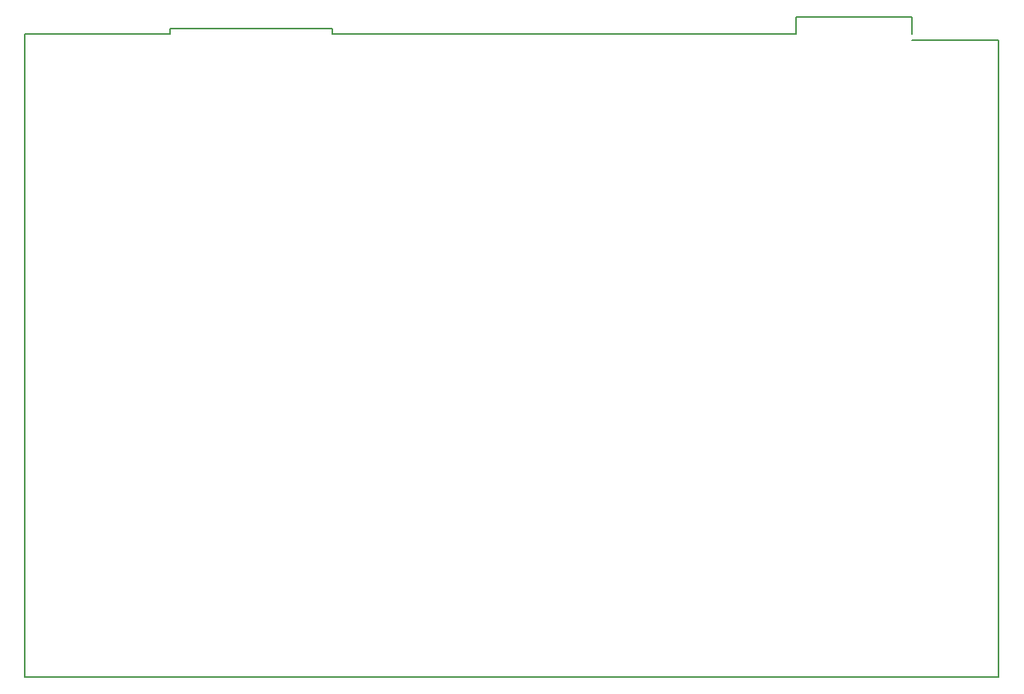
<source format=gbr>
G04 #@! TF.FileFunction,Profile,NP*
%FSLAX46Y46*%
G04 Gerber Fmt 4.6, Leading zero omitted, Abs format (unit mm)*
G04 Created by KiCad (PCBNEW 4.0.2-stable) date 11/23/2016 1:41:37 PM*
%MOMM*%
G01*
G04 APERTURE LIST*
%ADD10C,0.100000*%
%ADD11C,0.150000*%
G04 APERTURE END LIST*
D10*
D11*
X132080000Y-31750000D02*
X132080000Y-33655000D01*
X119380000Y-31750000D02*
X119380000Y-33020000D01*
X34925000Y-33655000D02*
X50800000Y-33655000D01*
X34925000Y-104140000D02*
X141605000Y-104140000D01*
X34925000Y-34290000D02*
X34925000Y-33655000D01*
X132080000Y-34290000D02*
X141605000Y-34290000D01*
X50800000Y-33020000D02*
X50800000Y-33655000D01*
X68580000Y-33020000D02*
X50800000Y-33020000D01*
X68580000Y-33655000D02*
X68580000Y-33020000D01*
X119380000Y-33655000D02*
X68580000Y-33655000D01*
X119380000Y-33020000D02*
X119380000Y-33655000D01*
X132080000Y-31750000D02*
X119380000Y-31750000D01*
X141605000Y-104140000D02*
X141605000Y-34290000D01*
X34925000Y-34290000D02*
X34925000Y-104140000D01*
M02*

</source>
